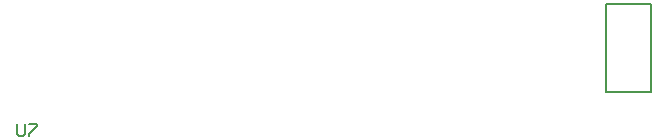
<source format=gm1>
G04 =========================================*
G04 Numerical Innovations - Layer Information*
G04 Units: English*
G04 Purpose: Mechanical Drawing*
G04 =========================================*
G04 FAB 3000 Version 8.3.44 (64-bit) - Gerber/CAM Software*
G04 RS274-X Output*
%FSLAX35Y35*%
%MIA0B0*%
%MOIN*%
%SFA1.000000B1.000000*%

%IPPOS*%
%AMROUNDEDRECTD125*
4,1,4,0.019685,0.011810,
-0.019685,0.011810,
-0.019685,-0.011810,
0.019685,-0.011810,
0.019685,0.011810,0.0*
4,1,4,0.000500,0.031495,
-0.000500,0.031495,
-0.000500,-0.031495,
0.000500,-0.031495,
0.000500,0.031495,0.0*
1,1,0.039370,0.000000,-0.011810*
1,1,0.039370,0.000000,-0.011810*
1,1,0.039370,0.000000,0.011810*
1,1,0.039370,0.000000,0.011810*
%
%ADD10C,0.010000*%
%ADD12C,0.007870*%
%ADD13C,0.019680*%
%ADD115O,0.078870X0.067060*%
%ADD116C,0.008000*%
%ADD117C,0.084770*%
%ADD118R,0.084770X0.084770*%
%ADD119C,0.049340*%
%ADD120C,0.063910*%
%ADD121C,0.143830*%
%ADD122C,0.118240*%
%ADD123C,0.165480*%
%ADD124C,0.133980*%
%ADD125ROUNDEDRECTD125*%
%ADD126C,0.025590*%
%ADD127C,0.007870*%
%ADD128C,0.015750*%
%ADD129C,0.039370*%
%ADD130C,0.013780*%
%ADD133O,0.070870X0.059060*%
%ADD134C,0.076770*%
%ADD135R,0.076770X0.076770*%
%ADD136C,0.041340*%
%ADD137C,0.055910*%
%ADD138C,0.135830*%
%ADD139C,0.110240*%
%ADD140C,0.157480*%
%ADD141C,0.125980*%
%ADD142C,0.031500*%
%ADD143C,0.055120*%
%ADD144C,0.019680*%
%ADD145C,0.007000*%
%ADD146C,0.001000*%
%LNuP-H Main PCBA Assy V04_0*%
%LPD*%
G54D12*
X262717Y280532D02*
G01Y310020D01*
X277716Y280532D02*
G01Y310020D01*
X262717Y280532D02*
G01X277716D01*
X262717Y310020D02*
G01X277716D01*
G54D145*
X66280Y270119D02*
G01Y266787D01*
D02*
G01X66947Y266120D01*
D02*
G01X68280D01*
D02*
G01X68946Y266787D01*
D02*
G01Y270119D01*
X70279D02*
G01X72945D01*
D02*
G01Y269452D01*
D02*
G01X70279Y266787D01*
D02*
G01Y266120D01*
M02*
</source>
